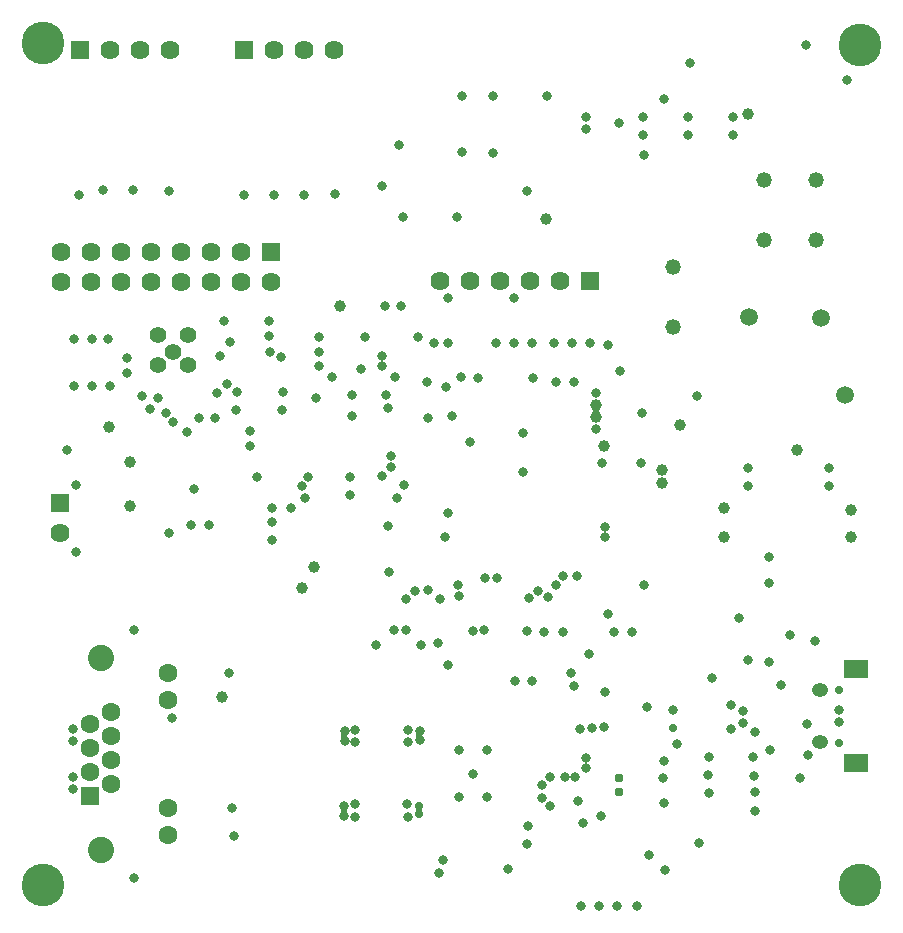
<source format=gbs>
G04*
G04 #@! TF.GenerationSoftware,Altium Limited,Altium Designer,21.2.0 (30)*
G04*
G04 Layer_Color=16711935*
%FSLAX42Y42*%
%MOMM*%
G71*
G04*
G04 #@! TF.SameCoordinates,D999A20B-9D91-44AD-AEE9-92838A49E7E3*
G04*
G04*
G04 #@! TF.FilePolarity,Negative*
G04*
G01*
G75*
%ADD34C,1.00*%
%ADD62R,0.51X0.38*%
%ADD63R,0.51X0.25*%
%ADD102C,3.62*%
%ADD103C,1.32*%
%ADD104C,0.12*%
%ADD105R,1.60X1.60*%
%ADD106C,1.60*%
%ADD107C,2.22*%
%ADD108R,1.62X1.62*%
%ADD109C,1.62*%
%ADD110R,1.62X1.62*%
%ADD111O,1.37X1.17*%
%ADD112R,2.02X1.52*%
%ADD113C,0.80*%
%ADD114C,0.70*%
%ADD115C,0.78*%
%ADD116C,1.50*%
%ADD117C,1.39*%
D34*
X5004Y3975D02*
D03*
X5499Y3658D02*
D03*
X4940Y4321D02*
D03*
Y4218D02*
D03*
X5499Y3772D02*
D03*
X4512Y5889D02*
D03*
X6642Y3937D02*
D03*
X5644Y4145D02*
D03*
X6223Y6782D02*
D03*
X813Y4128D02*
D03*
X2451Y2767D02*
D03*
X2553Y2946D02*
D03*
X1770Y1842D02*
D03*
X2769Y5156D02*
D03*
X991Y3835D02*
D03*
X6020Y3442D02*
D03*
Y3200D02*
D03*
X7099D02*
D03*
Y3429D02*
D03*
X991Y3467D02*
D03*
D62*
X3442Y1518D02*
D03*
X2807D02*
D03*
Y883D02*
D03*
X4940Y4274D02*
D03*
D63*
X3442Y889D02*
D03*
D102*
X254Y7379D02*
D03*
X7175Y254D02*
D03*
Y7366D02*
D03*
X254Y254D02*
D03*
D103*
X6356Y6223D02*
D03*
Y5715D02*
D03*
X6801Y6223D02*
D03*
Y5715D02*
D03*
X5588Y5489D02*
D03*
Y4981D02*
D03*
D104*
X6844Y4753D02*
D03*
X6394D02*
D03*
D105*
X656Y1007D02*
D03*
D106*
X834Y1109D02*
D03*
X656Y1211D02*
D03*
X834Y1313D02*
D03*
X656Y1415D02*
D03*
X834Y1517D02*
D03*
X656Y1619D02*
D03*
X834Y1721D02*
D03*
X1317Y906D02*
D03*
Y1820D02*
D03*
Y2049D02*
D03*
Y677D02*
D03*
D107*
X745Y550D02*
D03*
Y2176D02*
D03*
D108*
X403Y3487D02*
D03*
D109*
Y3233D02*
D03*
X2184Y5359D02*
D03*
X1930Y5613D02*
D03*
Y5359D02*
D03*
X1676Y5613D02*
D03*
Y5359D02*
D03*
X1422Y5613D02*
D03*
Y5359D02*
D03*
X1168Y5613D02*
D03*
Y5359D02*
D03*
X914Y5613D02*
D03*
Y5359D02*
D03*
X660Y5613D02*
D03*
Y5359D02*
D03*
X406Y5613D02*
D03*
Y5359D02*
D03*
X826Y7328D02*
D03*
X1080D02*
D03*
X1334D02*
D03*
X2210D02*
D03*
X2464D02*
D03*
X2718D02*
D03*
X3874Y5372D02*
D03*
X4128D02*
D03*
X4381D02*
D03*
X4635D02*
D03*
X3619D02*
D03*
D110*
X2184Y5613D02*
D03*
X572Y7328D02*
D03*
X1956D02*
D03*
X4890Y5372D02*
D03*
D111*
X6837Y1908D02*
D03*
Y1463D02*
D03*
D112*
X7137Y1285D02*
D03*
Y2085D02*
D03*
D113*
X1892Y4280D02*
D03*
X1728Y4420D02*
D03*
X2282Y4276D02*
D03*
X4851Y1333D02*
D03*
X4802Y1575D02*
D03*
X4903Y1587D02*
D03*
X5004Y1588D02*
D03*
X3598Y2303D02*
D03*
X4394Y1981D02*
D03*
X3683Y2120D02*
D03*
X5626Y1448D02*
D03*
X6083Y1575D02*
D03*
X5009Y1885D02*
D03*
X4254Y1981D02*
D03*
X4527Y2690D02*
D03*
X4102Y2856D02*
D03*
X4752Y4510D02*
D03*
X2870Y4407D02*
D03*
X3124Y4648D02*
D03*
X3404Y2743D02*
D03*
X3655Y3197D02*
D03*
X3518Y2756D02*
D03*
X3124Y4737D02*
D03*
X3188Y2908D02*
D03*
X5017Y3200D02*
D03*
X4775Y2870D02*
D03*
X4407Y4547D02*
D03*
X4661Y2870D02*
D03*
X3177Y4294D02*
D03*
X4001Y2856D02*
D03*
X3940Y4550D02*
D03*
X3200Y3794D02*
D03*
X3505Y4513D02*
D03*
X2705Y4559D02*
D03*
X3797D02*
D03*
X3670Y4470D02*
D03*
X3874Y4001D02*
D03*
X3569Y4839D02*
D03*
X4597Y2794D02*
D03*
X4600Y4511D02*
D03*
X5017Y3289D02*
D03*
X4367Y2680D02*
D03*
X3157Y4401D02*
D03*
X3518Y4204D02*
D03*
X5042Y4826D02*
D03*
X5347Y2794D02*
D03*
X3200Y3886D02*
D03*
X5144Y4610D02*
D03*
X4940Y4420D02*
D03*
X3226Y2413D02*
D03*
X5330Y4251D02*
D03*
X5321Y3823D02*
D03*
X3327Y2413D02*
D03*
X3619Y2679D02*
D03*
X4991Y3823D02*
D03*
X4445Y2743D02*
D03*
X5036Y2547D02*
D03*
X3251Y3531D02*
D03*
X3315Y3645D02*
D03*
X3124Y3721D02*
D03*
X3772Y2794D02*
D03*
X3773Y2705D02*
D03*
X3328Y2679D02*
D03*
X3172Y3296D02*
D03*
X2451Y3632D02*
D03*
X2476Y3531D02*
D03*
X2502Y3708D02*
D03*
X2353Y3446D02*
D03*
X4242Y4839D02*
D03*
X3609Y354D02*
D03*
X4813Y76D02*
D03*
X3721Y4221D02*
D03*
X4317Y4081D02*
D03*
X4318Y3747D02*
D03*
X3683Y3404D02*
D03*
X6731Y1359D02*
D03*
X5734Y7215D02*
D03*
X6718Y7366D02*
D03*
X4013Y1003D02*
D03*
X3778D02*
D03*
X4849Y1242D02*
D03*
X4762Y1170D02*
D03*
X3340Y940D02*
D03*
X3342Y831D02*
D03*
X4018Y1400D02*
D03*
X4483Y1105D02*
D03*
Y991D02*
D03*
X3778Y1399D02*
D03*
X3444Y1562D02*
D03*
Y1479D02*
D03*
X1346Y1664D02*
D03*
X1029Y317D02*
D03*
Y2413D02*
D03*
X1829Y2045D02*
D03*
X4978Y837D02*
D03*
X4193Y387D02*
D03*
X5384Y509D02*
D03*
X6909Y3632D02*
D03*
Y3785D02*
D03*
X4750Y1943D02*
D03*
X2007Y3975D02*
D03*
X2070Y3708D02*
D03*
X3987Y2413D02*
D03*
X4496Y2400D02*
D03*
X4661D02*
D03*
X4724Y2045D02*
D03*
X4890Y4839D02*
D03*
X4353Y2405D02*
D03*
X5512Y1308D02*
D03*
X3289Y5156D02*
D03*
X3683Y4839D02*
D03*
X1537Y3607D02*
D03*
X1321Y3238D02*
D03*
X1511Y3302D02*
D03*
X4360Y756D02*
D03*
X965Y4712D02*
D03*
X2007Y4102D02*
D03*
X1321Y6134D02*
D03*
X2946Y4623D02*
D03*
X2565Y4381D02*
D03*
X2285Y4431D02*
D03*
X1816Y4496D02*
D03*
X5791Y4394D02*
D03*
X5715Y6756D02*
D03*
X5334Y6604D02*
D03*
Y6756D02*
D03*
X5347Y6439D02*
D03*
X5512Y6909D02*
D03*
X5715Y6604D02*
D03*
X6096D02*
D03*
Y6756D02*
D03*
X7061Y7074D02*
D03*
X1575Y4204D02*
D03*
X1715D02*
D03*
X1753Y4736D02*
D03*
X1842Y4851D02*
D03*
X1791Y5029D02*
D03*
X5504Y1164D02*
D03*
X2591Y4648D02*
D03*
X2178Y4769D02*
D03*
X2273Y4725D02*
D03*
X3429Y4890D02*
D03*
X5807Y610D02*
D03*
X4547Y927D02*
D03*
Y1168D02*
D03*
X4826Y775D02*
D03*
X3895Y2409D02*
D03*
X5588Y1740D02*
D03*
X5891Y1335D02*
D03*
X5512Y952D02*
D03*
X4788Y965D02*
D03*
X4674Y1168D02*
D03*
X3899Y1194D02*
D03*
X804Y4873D02*
D03*
X826Y4483D02*
D03*
X673D02*
D03*
X1092Y4394D02*
D03*
X4939Y4115D02*
D03*
X6998Y1638D02*
D03*
Y1740D02*
D03*
X4356Y6134D02*
D03*
X6668Y1156D02*
D03*
X2870Y4229D02*
D03*
X6147Y2515D02*
D03*
X6403Y2142D02*
D03*
X6507Y1944D02*
D03*
X6083Y1778D02*
D03*
X6185Y1624D02*
D03*
X3238Y4559D02*
D03*
X760Y6141D02*
D03*
X1014D02*
D03*
X2464Y6096D02*
D03*
X2210D02*
D03*
X4851Y6756D02*
D03*
Y6655D02*
D03*
X4585Y4839D02*
D03*
X2172Y4902D02*
D03*
X4521Y6934D02*
D03*
X1164Y4288D02*
D03*
X1297Y4253D02*
D03*
X1896Y4427D02*
D03*
X1232Y4381D02*
D03*
X2591Y4765D02*
D03*
X2591Y4896D02*
D03*
X1473Y4089D02*
D03*
X1359Y4178D02*
D03*
X5365Y1765D02*
D03*
X2807Y923D02*
D03*
X2896Y826D02*
D03*
X5245Y2400D02*
D03*
X5093D02*
D03*
X2727Y6108D02*
D03*
X4089Y4839D02*
D03*
X3763Y5909D02*
D03*
X3150Y5156D02*
D03*
X1956Y6096D02*
D03*
X3683Y5220D02*
D03*
X3124Y6172D02*
D03*
X2984Y4890D02*
D03*
X965Y4585D02*
D03*
X2172Y5029D02*
D03*
X6185Y1727D02*
D03*
X5882Y1187D02*
D03*
X3454Y2286D02*
D03*
X6268Y1339D02*
D03*
X3342Y1568D02*
D03*
X6279Y882D02*
D03*
X6287Y1041D02*
D03*
X533Y3645D02*
D03*
X4394Y4839D02*
D03*
X4737D02*
D03*
X5918Y2007D02*
D03*
X6287Y1549D02*
D03*
X5524Y381D02*
D03*
X6726Y1620D02*
D03*
X6414Y1397D02*
D03*
X6580Y2373D02*
D03*
X6274Y1181D02*
D03*
X6223Y3785D02*
D03*
Y3632D02*
D03*
X3645Y470D02*
D03*
X4877Y2210D02*
D03*
X3073Y2286D02*
D03*
X4966Y76D02*
D03*
X5118D02*
D03*
X5283D02*
D03*
X508Y1168D02*
D03*
Y1067D02*
D03*
Y1575D02*
D03*
Y1473D02*
D03*
X2807Y840D02*
D03*
X1856Y907D02*
D03*
X1869Y666D02*
D03*
X2896Y940D02*
D03*
X2898Y1466D02*
D03*
Y1568D02*
D03*
X2809Y1558D02*
D03*
Y1475D02*
D03*
X2193Y3446D02*
D03*
X2858Y3556D02*
D03*
Y3708D02*
D03*
X3302Y5906D02*
D03*
X559Y6096D02*
D03*
X3273Y6519D02*
D03*
X4068Y6938D02*
D03*
X3806Y6938D02*
D03*
X4068Y6455D02*
D03*
X3806Y6461D02*
D03*
X3342Y1466D02*
D03*
X4356Y601D02*
D03*
X5891Y1030D02*
D03*
X2197Y3175D02*
D03*
X4242Y5220D02*
D03*
X2197Y3327D02*
D03*
X6401Y2807D02*
D03*
Y3035D02*
D03*
X6223Y2159D02*
D03*
X6794Y2324D02*
D03*
X5131Y6706D02*
D03*
X533Y3073D02*
D03*
X457Y3937D02*
D03*
X1664Y3302D02*
D03*
X521Y4483D02*
D03*
X673Y4877D02*
D03*
X521D02*
D03*
D114*
X5588Y1580D02*
D03*
X6998Y1460D02*
D03*
Y1905D02*
D03*
X3442Y926D02*
D03*
Y852D02*
D03*
D115*
X5133Y1040D02*
D03*
Y1160D02*
D03*
D116*
X7049Y4407D02*
D03*
X6845Y5055D02*
D03*
X6236Y5067D02*
D03*
D117*
X1358Y4767D02*
D03*
X1485Y4907D02*
D03*
Y4653D02*
D03*
X1231Y4907D02*
D03*
Y4653D02*
D03*
M02*

</source>
